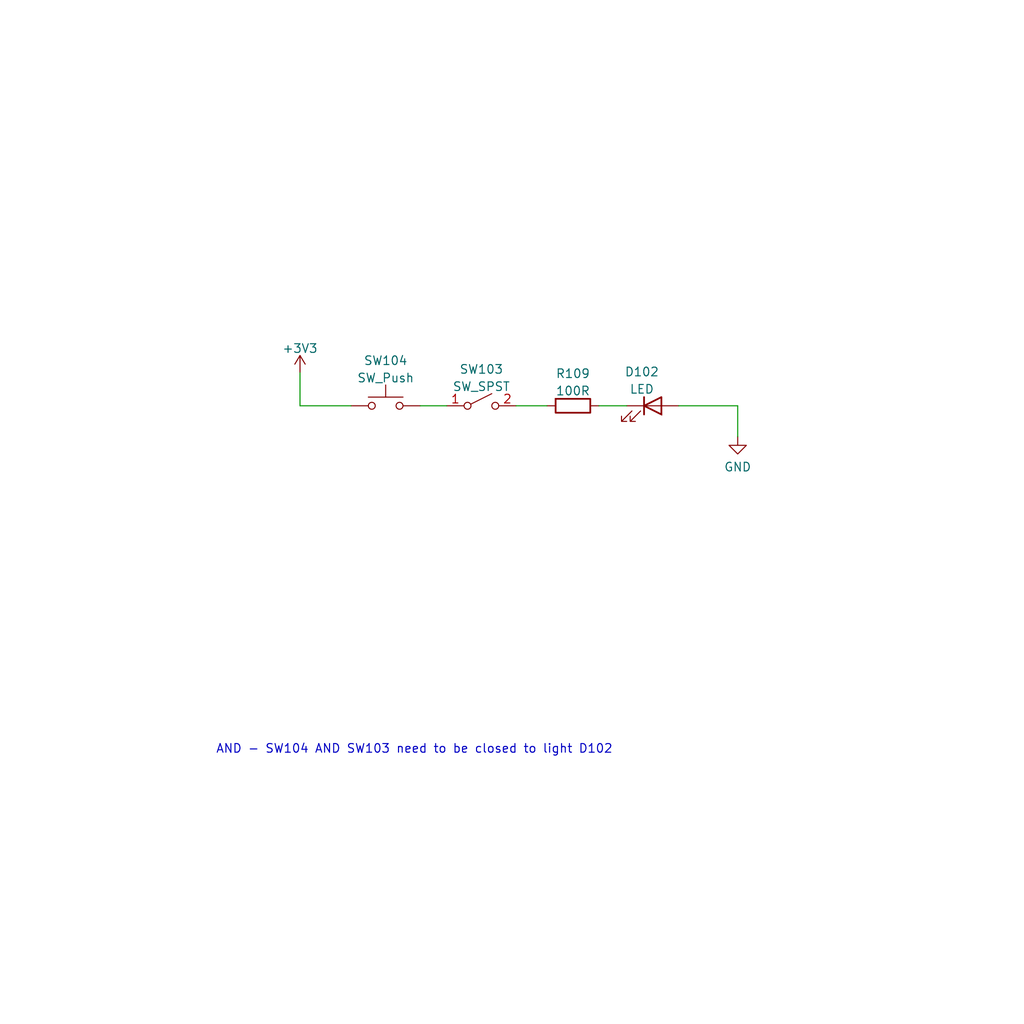
<source format=kicad_sch>
(kicad_sch (version 20211123) (generator eeschema)
  (paper "User" 150.012 150.012)
  (lib_symbols
    (symbol "Device:LED" (pin_numbers hide) (pin_names (offset 1.016) hide)
      (property "Reference" "D" (at 0 2.54 0))
      (property "Value" "LED" (at 0 -2.54 0))
      (symbol "LED_0_1"
        (polyline (pts (xy -1.27 -1.27) (xy -1.27 1.27)) (stroke (width 0.254)))
        (polyline (pts (xy -1.27 0) (xy 1.27 0)))
        (polyline (pts (xy 1.27 -1.27) (xy 1.27 1.27) (xy -1.27 0) (xy 1.27 -1.27)) (stroke (width 0.254)))
        (polyline (pts (xy -3.048 -0.762) (xy -4.572 -2.286) (xy -3.81 -2.286) (xy -4.572 -2.286) (xy -4.572 -1.524)))
        (polyline (pts (xy -1.778 -0.762) (xy -3.302 -2.286) (xy -2.54 -2.286) (xy -3.302 -2.286) (xy -3.302 -1.524)))
      )
      (symbol "LED_1_1"
        (pin passive line (at -3.81 0 0) (length 2.54) (name "K") (number "1"))
        (pin passive line (at 3.81 0 180) (length 2.54) (name "A") (number "2"))
      )
    )
    (symbol "Device:R" (pin_numbers hide) (pin_names (offset 0))
      (property "Reference" "R" (at 2.032 0 90))
      (property "Value" "R" (at 0 0 90))
      (symbol "R_0_1"
        (rectangle (start -1.016 -2.54) (end 1.016 2.54) (stroke (width 0.254)))
      )
      (symbol "R_1_1"
        (pin passive line (at 0 3.81 270) (length 1.27) (name "~") (number "1"))
        (pin passive line (at 0 -3.81 90) (length 1.27) (name "~") (number "2"))
      )
    )
    (symbol "Switch:SW_Push" (pin_numbers hide) (pin_names (offset 1.016) hide)
      (property "Reference" "SW" (at 1.27 2.54 0))
      (property "Value" "SW_Push" (at 0 -1.524 0))
      (symbol "SW_Push_0_1"
        (circle (center -2.032 0) (radius 0.508))
        (polyline (pts (xy 0 1.27) (xy 0 3.048)))
        (polyline (pts (xy 2.54 1.27) (xy -2.54 1.27)))
        (circle (center 2.032 0) (radius 0.508))
        (pin passive line (at -5.08 0 0) (length 2.54) (name "1") (number "1"))
        (pin passive line (at 5.08 0 180) (length 2.54) (name "2") (number "2"))
      )
    )
    (symbol "Switch:SW_SPST" (pin_names (offset 0) hide)
      (property "Reference" "SW" (at 0 3.175 0))
      (property "Value" "SW_SPST" (at 0 -2.54 0))
      (symbol "SW_SPST_0_0"
        (circle (center -2.032 0) (radius 0.508))
        (polyline (pts (xy -1.524 0.254) (xy 1.524 1.778)))
        (circle (center 2.032 0) (radius 0.508))
      )
      (symbol "SW_SPST_1_1"
        (pin passive line (at -5.08 0 0) (length 2.54) (name "A") (number "1"))
        (pin passive line (at 5.08 0 180) (length 2.54) (name "B") (number "2"))
      )
    )
    (symbol "power:+3V3" (power) (pin_names (offset 0))
      (property "Value" "+3V3" (at 0 3.556 0))
      (symbol "+3V3_0_1"
        (polyline (pts (xy -0.762 1.27) (xy 0 2.54)))
        (polyline (pts (xy 0 0) (xy 0 2.54)))
        (polyline (pts (xy 0 2.54) (xy 0.762 1.27)))
      )
      (symbol "+3V3_1_1"
        (pin power_in line (at 0 0 90) (length 0) hide (name "+3V3") (number "1"))
      )
    )
    (symbol "power:GND" (power) (pin_names (offset 0))
      (property "Value" "GND" (at 0 -3.81 0))
      (symbol "GND_0_1"
        (polyline (pts (xy 0 0) (xy 0 -1.27) (xy 1.27 -1.27) (xy 0 -2.54) (xy -1.27 -1.27) (xy 0 -1.27)))
      )
      (symbol "GND_1_1"
        (pin power_in line (at 0 0 270) (length 0) hide (name "GND") (number "1"))
      )
    )
  )
  (wire (pts (xy 51.4096 59.436) (xy 43.942 59.436)))
  (wire (pts (xy 99.4156 59.436) (xy 108.0516 59.436)))
  (wire (pts (xy 108.0516 59.436) (xy 108.0516 63.9572)))
  (wire (pts (xy 75.5904 59.436) (xy 80.1116 59.436)))
  (wire (pts (xy 43.942 59.436) (xy 43.942 54.61)))
  (wire (pts (xy 87.7316 59.436) (xy 91.7956 59.436)))
  (wire (pts (xy 61.5696 59.436) (xy 65.4304 59.436)))
  (text "AND - SW104 AND SW103 need to be closed to light D102" (at 31.5976 110.5916 0) (effects (font (size 1.27 1.27)) (justify left bottom)))
  (symbol (lib_id "power:GND") (at 108.0516 63.9572 0) (unit 1)
    (property "Reference" "#PWR030" (effects hide))
    (property "Value" "~" (at 108.0516 68.4006 0))
  )
  (symbol (lib_id "power:+3V3") (at 43.942 54.61 0) (unit 1)
    (property "Reference" "#PWR?" (effects hide))
    (property "Value" "+3V3" (at 43.942 51.0342 0))
  )
  (symbol (lib_id "Switch:SW_SPST") (at 70.5104 59.436 0) (unit 1)
    (property "Reference" "SW103" (at 70.5104 54.0852 0))
    (property "Value" "SW_SPST" (at 70.5104 56.6221 0))
  )
  (symbol (lib_id "Device:R") (at 83.9216 59.436 90) (unit 1)
    (property "Reference" "R109" (at 83.9216 54.7202 90))
    (property "Value" "100R" (at 83.9216 57.2571 90))
  )
  (symbol (lib_id "Device:LED") (at 95.6056 59.436 0) (unit 1)
    (property "Reference" "D102" (at 94.0181 54.4662 0))
    (property "Value" "LED" (at 94.0181 57.0031 0))
  )
  (symbol (lib_id "Switch:SW_Push") (at 56.4896 59.436 0) (unit 1)
    (property "Reference" "SW104" (at 56.4896 52.8152 0))
    (property "Value" "SW_Push" (at 56.4896 55.3521 0))
  )
)
</source>
